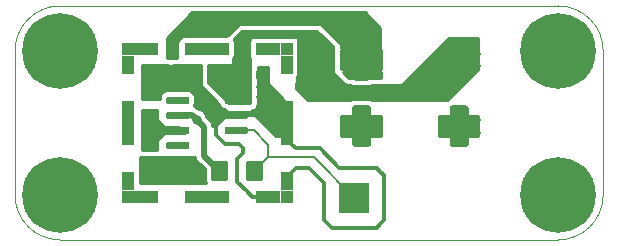
<source format=gtl>
G04 #@! TF.GenerationSoftware,KiCad,Pcbnew,5.1.4*
G04 #@! TF.CreationDate,2019-09-17T23:22:18+02:00*
G04 #@! TF.ProjectId,Tunnelling-Amp,54756e6e-656c-46c6-996e-672d416d702e,rev?*
G04 #@! TF.SameCoordinates,Original*
G04 #@! TF.FileFunction,Copper,L1,Top*
G04 #@! TF.FilePolarity,Positive*
%FSLAX46Y46*%
G04 Gerber Fmt 4.6, Leading zero omitted, Abs format (unit mm)*
G04 Created by KiCad (PCBNEW 5.1.4) date 2019-09-17 23:22:18*
%MOMM*%
%LPD*%
G04 APERTURE LIST*
%ADD10C,0.050000*%
%ADD11C,0.150000*%
%ADD12C,0.600000*%
%ADD13C,1.425000*%
%ADD14R,2.130000X1.000000*%
%ADD15R,3.800000X1.000000*%
%ADD16R,1.000000X1.650000*%
%ADD17R,1.000000X3.800000*%
%ADD18R,1.000000X1.000000*%
%ADD19R,2.500000X2.500000*%
%ADD20C,6.400000*%
%ADD21C,0.800000*%
%ADD22C,1.600000*%
%ADD23C,1.150000*%
%ADD24C,0.950000*%
%ADD25C,0.300000*%
%ADD26C,0.200000*%
%ADD27C,0.500000*%
%ADD28C,0.250000*%
G04 APERTURE END LIST*
D10*
X137300000Y-131215000D02*
X137300000Y-119115000D01*
X91300000Y-135015000D02*
X133500000Y-135015000D01*
X87500000Y-119015000D02*
X87500000Y-131215000D01*
X133500000Y-115213684D02*
X91300000Y-115215000D01*
X137300000Y-131215000D02*
G75*
G02X133500000Y-135015000I-3800000J0D01*
G01*
X133500000Y-115213684D02*
G75*
G02X137300000Y-119115000I0J-3801316D01*
G01*
X87500000Y-119015000D02*
G75*
G02X91300000Y-115215000I3800000J0D01*
G01*
X91300000Y-135015000D02*
G75*
G02X87500000Y-131215000I0J3800000D01*
G01*
D11*
G36*
X102120703Y-126720722D02*
G01*
X102135264Y-126722882D01*
X102149543Y-126726459D01*
X102163403Y-126731418D01*
X102176710Y-126737712D01*
X102189336Y-126745280D01*
X102201159Y-126754048D01*
X102212066Y-126763934D01*
X102221952Y-126774841D01*
X102230720Y-126786664D01*
X102238288Y-126799290D01*
X102244582Y-126812597D01*
X102249541Y-126826457D01*
X102253118Y-126840736D01*
X102255278Y-126855297D01*
X102256000Y-126870000D01*
X102256000Y-127170000D01*
X102255278Y-127184703D01*
X102253118Y-127199264D01*
X102249541Y-127213543D01*
X102244582Y-127227403D01*
X102238288Y-127240710D01*
X102230720Y-127253336D01*
X102221952Y-127265159D01*
X102212066Y-127276066D01*
X102201159Y-127285952D01*
X102189336Y-127294720D01*
X102176710Y-127302288D01*
X102163403Y-127308582D01*
X102149543Y-127313541D01*
X102135264Y-127317118D01*
X102120703Y-127319278D01*
X102106000Y-127320000D01*
X100456000Y-127320000D01*
X100441297Y-127319278D01*
X100426736Y-127317118D01*
X100412457Y-127313541D01*
X100398597Y-127308582D01*
X100385290Y-127302288D01*
X100372664Y-127294720D01*
X100360841Y-127285952D01*
X100349934Y-127276066D01*
X100340048Y-127265159D01*
X100331280Y-127253336D01*
X100323712Y-127240710D01*
X100317418Y-127227403D01*
X100312459Y-127213543D01*
X100308882Y-127199264D01*
X100306722Y-127184703D01*
X100306000Y-127170000D01*
X100306000Y-126870000D01*
X100306722Y-126855297D01*
X100308882Y-126840736D01*
X100312459Y-126826457D01*
X100317418Y-126812597D01*
X100323712Y-126799290D01*
X100331280Y-126786664D01*
X100340048Y-126774841D01*
X100349934Y-126763934D01*
X100360841Y-126754048D01*
X100372664Y-126745280D01*
X100385290Y-126737712D01*
X100398597Y-126731418D01*
X100412457Y-126726459D01*
X100426736Y-126722882D01*
X100441297Y-126720722D01*
X100456000Y-126720000D01*
X102106000Y-126720000D01*
X102120703Y-126720722D01*
X102120703Y-126720722D01*
G37*
D12*
X101281000Y-127020000D03*
D11*
G36*
X102120703Y-125450722D02*
G01*
X102135264Y-125452882D01*
X102149543Y-125456459D01*
X102163403Y-125461418D01*
X102176710Y-125467712D01*
X102189336Y-125475280D01*
X102201159Y-125484048D01*
X102212066Y-125493934D01*
X102221952Y-125504841D01*
X102230720Y-125516664D01*
X102238288Y-125529290D01*
X102244582Y-125542597D01*
X102249541Y-125556457D01*
X102253118Y-125570736D01*
X102255278Y-125585297D01*
X102256000Y-125600000D01*
X102256000Y-125900000D01*
X102255278Y-125914703D01*
X102253118Y-125929264D01*
X102249541Y-125943543D01*
X102244582Y-125957403D01*
X102238288Y-125970710D01*
X102230720Y-125983336D01*
X102221952Y-125995159D01*
X102212066Y-126006066D01*
X102201159Y-126015952D01*
X102189336Y-126024720D01*
X102176710Y-126032288D01*
X102163403Y-126038582D01*
X102149543Y-126043541D01*
X102135264Y-126047118D01*
X102120703Y-126049278D01*
X102106000Y-126050000D01*
X100456000Y-126050000D01*
X100441297Y-126049278D01*
X100426736Y-126047118D01*
X100412457Y-126043541D01*
X100398597Y-126038582D01*
X100385290Y-126032288D01*
X100372664Y-126024720D01*
X100360841Y-126015952D01*
X100349934Y-126006066D01*
X100340048Y-125995159D01*
X100331280Y-125983336D01*
X100323712Y-125970710D01*
X100317418Y-125957403D01*
X100312459Y-125943543D01*
X100308882Y-125929264D01*
X100306722Y-125914703D01*
X100306000Y-125900000D01*
X100306000Y-125600000D01*
X100306722Y-125585297D01*
X100308882Y-125570736D01*
X100312459Y-125556457D01*
X100317418Y-125542597D01*
X100323712Y-125529290D01*
X100331280Y-125516664D01*
X100340048Y-125504841D01*
X100349934Y-125493934D01*
X100360841Y-125484048D01*
X100372664Y-125475280D01*
X100385290Y-125467712D01*
X100398597Y-125461418D01*
X100412457Y-125456459D01*
X100426736Y-125452882D01*
X100441297Y-125450722D01*
X100456000Y-125450000D01*
X102106000Y-125450000D01*
X102120703Y-125450722D01*
X102120703Y-125450722D01*
G37*
D12*
X101281000Y-125750000D03*
D11*
G36*
X102120703Y-124180722D02*
G01*
X102135264Y-124182882D01*
X102149543Y-124186459D01*
X102163403Y-124191418D01*
X102176710Y-124197712D01*
X102189336Y-124205280D01*
X102201159Y-124214048D01*
X102212066Y-124223934D01*
X102221952Y-124234841D01*
X102230720Y-124246664D01*
X102238288Y-124259290D01*
X102244582Y-124272597D01*
X102249541Y-124286457D01*
X102253118Y-124300736D01*
X102255278Y-124315297D01*
X102256000Y-124330000D01*
X102256000Y-124630000D01*
X102255278Y-124644703D01*
X102253118Y-124659264D01*
X102249541Y-124673543D01*
X102244582Y-124687403D01*
X102238288Y-124700710D01*
X102230720Y-124713336D01*
X102221952Y-124725159D01*
X102212066Y-124736066D01*
X102201159Y-124745952D01*
X102189336Y-124754720D01*
X102176710Y-124762288D01*
X102163403Y-124768582D01*
X102149543Y-124773541D01*
X102135264Y-124777118D01*
X102120703Y-124779278D01*
X102106000Y-124780000D01*
X100456000Y-124780000D01*
X100441297Y-124779278D01*
X100426736Y-124777118D01*
X100412457Y-124773541D01*
X100398597Y-124768582D01*
X100385290Y-124762288D01*
X100372664Y-124754720D01*
X100360841Y-124745952D01*
X100349934Y-124736066D01*
X100340048Y-124725159D01*
X100331280Y-124713336D01*
X100323712Y-124700710D01*
X100317418Y-124687403D01*
X100312459Y-124673543D01*
X100308882Y-124659264D01*
X100306722Y-124644703D01*
X100306000Y-124630000D01*
X100306000Y-124330000D01*
X100306722Y-124315297D01*
X100308882Y-124300736D01*
X100312459Y-124286457D01*
X100317418Y-124272597D01*
X100323712Y-124259290D01*
X100331280Y-124246664D01*
X100340048Y-124234841D01*
X100349934Y-124223934D01*
X100360841Y-124214048D01*
X100372664Y-124205280D01*
X100385290Y-124197712D01*
X100398597Y-124191418D01*
X100412457Y-124186459D01*
X100426736Y-124182882D01*
X100441297Y-124180722D01*
X100456000Y-124180000D01*
X102106000Y-124180000D01*
X102120703Y-124180722D01*
X102120703Y-124180722D01*
G37*
D12*
X101281000Y-124480000D03*
D11*
G36*
X102120703Y-122910722D02*
G01*
X102135264Y-122912882D01*
X102149543Y-122916459D01*
X102163403Y-122921418D01*
X102176710Y-122927712D01*
X102189336Y-122935280D01*
X102201159Y-122944048D01*
X102212066Y-122953934D01*
X102221952Y-122964841D01*
X102230720Y-122976664D01*
X102238288Y-122989290D01*
X102244582Y-123002597D01*
X102249541Y-123016457D01*
X102253118Y-123030736D01*
X102255278Y-123045297D01*
X102256000Y-123060000D01*
X102256000Y-123360000D01*
X102255278Y-123374703D01*
X102253118Y-123389264D01*
X102249541Y-123403543D01*
X102244582Y-123417403D01*
X102238288Y-123430710D01*
X102230720Y-123443336D01*
X102221952Y-123455159D01*
X102212066Y-123466066D01*
X102201159Y-123475952D01*
X102189336Y-123484720D01*
X102176710Y-123492288D01*
X102163403Y-123498582D01*
X102149543Y-123503541D01*
X102135264Y-123507118D01*
X102120703Y-123509278D01*
X102106000Y-123510000D01*
X100456000Y-123510000D01*
X100441297Y-123509278D01*
X100426736Y-123507118D01*
X100412457Y-123503541D01*
X100398597Y-123498582D01*
X100385290Y-123492288D01*
X100372664Y-123484720D01*
X100360841Y-123475952D01*
X100349934Y-123466066D01*
X100340048Y-123455159D01*
X100331280Y-123443336D01*
X100323712Y-123430710D01*
X100317418Y-123417403D01*
X100312459Y-123403543D01*
X100308882Y-123389264D01*
X100306722Y-123374703D01*
X100306000Y-123360000D01*
X100306000Y-123060000D01*
X100306722Y-123045297D01*
X100308882Y-123030736D01*
X100312459Y-123016457D01*
X100317418Y-123002597D01*
X100323712Y-122989290D01*
X100331280Y-122976664D01*
X100340048Y-122964841D01*
X100349934Y-122953934D01*
X100360841Y-122944048D01*
X100372664Y-122935280D01*
X100385290Y-122927712D01*
X100398597Y-122921418D01*
X100412457Y-122916459D01*
X100426736Y-122912882D01*
X100441297Y-122910722D01*
X100456000Y-122910000D01*
X102106000Y-122910000D01*
X102120703Y-122910722D01*
X102120703Y-122910722D01*
G37*
D12*
X101281000Y-123210000D03*
D11*
G36*
X107070703Y-122910722D02*
G01*
X107085264Y-122912882D01*
X107099543Y-122916459D01*
X107113403Y-122921418D01*
X107126710Y-122927712D01*
X107139336Y-122935280D01*
X107151159Y-122944048D01*
X107162066Y-122953934D01*
X107171952Y-122964841D01*
X107180720Y-122976664D01*
X107188288Y-122989290D01*
X107194582Y-123002597D01*
X107199541Y-123016457D01*
X107203118Y-123030736D01*
X107205278Y-123045297D01*
X107206000Y-123060000D01*
X107206000Y-123360000D01*
X107205278Y-123374703D01*
X107203118Y-123389264D01*
X107199541Y-123403543D01*
X107194582Y-123417403D01*
X107188288Y-123430710D01*
X107180720Y-123443336D01*
X107171952Y-123455159D01*
X107162066Y-123466066D01*
X107151159Y-123475952D01*
X107139336Y-123484720D01*
X107126710Y-123492288D01*
X107113403Y-123498582D01*
X107099543Y-123503541D01*
X107085264Y-123507118D01*
X107070703Y-123509278D01*
X107056000Y-123510000D01*
X105406000Y-123510000D01*
X105391297Y-123509278D01*
X105376736Y-123507118D01*
X105362457Y-123503541D01*
X105348597Y-123498582D01*
X105335290Y-123492288D01*
X105322664Y-123484720D01*
X105310841Y-123475952D01*
X105299934Y-123466066D01*
X105290048Y-123455159D01*
X105281280Y-123443336D01*
X105273712Y-123430710D01*
X105267418Y-123417403D01*
X105262459Y-123403543D01*
X105258882Y-123389264D01*
X105256722Y-123374703D01*
X105256000Y-123360000D01*
X105256000Y-123060000D01*
X105256722Y-123045297D01*
X105258882Y-123030736D01*
X105262459Y-123016457D01*
X105267418Y-123002597D01*
X105273712Y-122989290D01*
X105281280Y-122976664D01*
X105290048Y-122964841D01*
X105299934Y-122953934D01*
X105310841Y-122944048D01*
X105322664Y-122935280D01*
X105335290Y-122927712D01*
X105348597Y-122921418D01*
X105362457Y-122916459D01*
X105376736Y-122912882D01*
X105391297Y-122910722D01*
X105406000Y-122910000D01*
X107056000Y-122910000D01*
X107070703Y-122910722D01*
X107070703Y-122910722D01*
G37*
D12*
X106231000Y-123210000D03*
D11*
G36*
X107070703Y-124180722D02*
G01*
X107085264Y-124182882D01*
X107099543Y-124186459D01*
X107113403Y-124191418D01*
X107126710Y-124197712D01*
X107139336Y-124205280D01*
X107151159Y-124214048D01*
X107162066Y-124223934D01*
X107171952Y-124234841D01*
X107180720Y-124246664D01*
X107188288Y-124259290D01*
X107194582Y-124272597D01*
X107199541Y-124286457D01*
X107203118Y-124300736D01*
X107205278Y-124315297D01*
X107206000Y-124330000D01*
X107206000Y-124630000D01*
X107205278Y-124644703D01*
X107203118Y-124659264D01*
X107199541Y-124673543D01*
X107194582Y-124687403D01*
X107188288Y-124700710D01*
X107180720Y-124713336D01*
X107171952Y-124725159D01*
X107162066Y-124736066D01*
X107151159Y-124745952D01*
X107139336Y-124754720D01*
X107126710Y-124762288D01*
X107113403Y-124768582D01*
X107099543Y-124773541D01*
X107085264Y-124777118D01*
X107070703Y-124779278D01*
X107056000Y-124780000D01*
X105406000Y-124780000D01*
X105391297Y-124779278D01*
X105376736Y-124777118D01*
X105362457Y-124773541D01*
X105348597Y-124768582D01*
X105335290Y-124762288D01*
X105322664Y-124754720D01*
X105310841Y-124745952D01*
X105299934Y-124736066D01*
X105290048Y-124725159D01*
X105281280Y-124713336D01*
X105273712Y-124700710D01*
X105267418Y-124687403D01*
X105262459Y-124673543D01*
X105258882Y-124659264D01*
X105256722Y-124644703D01*
X105256000Y-124630000D01*
X105256000Y-124330000D01*
X105256722Y-124315297D01*
X105258882Y-124300736D01*
X105262459Y-124286457D01*
X105267418Y-124272597D01*
X105273712Y-124259290D01*
X105281280Y-124246664D01*
X105290048Y-124234841D01*
X105299934Y-124223934D01*
X105310841Y-124214048D01*
X105322664Y-124205280D01*
X105335290Y-124197712D01*
X105348597Y-124191418D01*
X105362457Y-124186459D01*
X105376736Y-124182882D01*
X105391297Y-124180722D01*
X105406000Y-124180000D01*
X107056000Y-124180000D01*
X107070703Y-124180722D01*
X107070703Y-124180722D01*
G37*
D12*
X106231000Y-124480000D03*
D11*
G36*
X107070703Y-125450722D02*
G01*
X107085264Y-125452882D01*
X107099543Y-125456459D01*
X107113403Y-125461418D01*
X107126710Y-125467712D01*
X107139336Y-125475280D01*
X107151159Y-125484048D01*
X107162066Y-125493934D01*
X107171952Y-125504841D01*
X107180720Y-125516664D01*
X107188288Y-125529290D01*
X107194582Y-125542597D01*
X107199541Y-125556457D01*
X107203118Y-125570736D01*
X107205278Y-125585297D01*
X107206000Y-125600000D01*
X107206000Y-125900000D01*
X107205278Y-125914703D01*
X107203118Y-125929264D01*
X107199541Y-125943543D01*
X107194582Y-125957403D01*
X107188288Y-125970710D01*
X107180720Y-125983336D01*
X107171952Y-125995159D01*
X107162066Y-126006066D01*
X107151159Y-126015952D01*
X107139336Y-126024720D01*
X107126710Y-126032288D01*
X107113403Y-126038582D01*
X107099543Y-126043541D01*
X107085264Y-126047118D01*
X107070703Y-126049278D01*
X107056000Y-126050000D01*
X105406000Y-126050000D01*
X105391297Y-126049278D01*
X105376736Y-126047118D01*
X105362457Y-126043541D01*
X105348597Y-126038582D01*
X105335290Y-126032288D01*
X105322664Y-126024720D01*
X105310841Y-126015952D01*
X105299934Y-126006066D01*
X105290048Y-125995159D01*
X105281280Y-125983336D01*
X105273712Y-125970710D01*
X105267418Y-125957403D01*
X105262459Y-125943543D01*
X105258882Y-125929264D01*
X105256722Y-125914703D01*
X105256000Y-125900000D01*
X105256000Y-125600000D01*
X105256722Y-125585297D01*
X105258882Y-125570736D01*
X105262459Y-125556457D01*
X105267418Y-125542597D01*
X105273712Y-125529290D01*
X105281280Y-125516664D01*
X105290048Y-125504841D01*
X105299934Y-125493934D01*
X105310841Y-125484048D01*
X105322664Y-125475280D01*
X105335290Y-125467712D01*
X105348597Y-125461418D01*
X105362457Y-125456459D01*
X105376736Y-125452882D01*
X105391297Y-125450722D01*
X105406000Y-125450000D01*
X107056000Y-125450000D01*
X107070703Y-125450722D01*
X107070703Y-125450722D01*
G37*
D12*
X106231000Y-125750000D03*
D11*
G36*
X108270504Y-128305204D02*
G01*
X108294773Y-128308804D01*
X108318571Y-128314765D01*
X108341671Y-128323030D01*
X108363849Y-128333520D01*
X108384893Y-128346133D01*
X108404598Y-128360747D01*
X108422777Y-128377223D01*
X108439253Y-128395402D01*
X108453867Y-128415107D01*
X108466480Y-128436151D01*
X108476970Y-128458329D01*
X108485235Y-128481429D01*
X108491196Y-128505227D01*
X108494796Y-128529496D01*
X108496000Y-128554000D01*
X108496000Y-129804000D01*
X108494796Y-129828504D01*
X108491196Y-129852773D01*
X108485235Y-129876571D01*
X108476970Y-129899671D01*
X108466480Y-129921849D01*
X108453867Y-129942893D01*
X108439253Y-129962598D01*
X108422777Y-129980777D01*
X108404598Y-129997253D01*
X108384893Y-130011867D01*
X108363849Y-130024480D01*
X108341671Y-130034970D01*
X108318571Y-130043235D01*
X108294773Y-130049196D01*
X108270504Y-130052796D01*
X108246000Y-130054000D01*
X107321000Y-130054000D01*
X107296496Y-130052796D01*
X107272227Y-130049196D01*
X107248429Y-130043235D01*
X107225329Y-130034970D01*
X107203151Y-130024480D01*
X107182107Y-130011867D01*
X107162402Y-129997253D01*
X107144223Y-129980777D01*
X107127747Y-129962598D01*
X107113133Y-129942893D01*
X107100520Y-129921849D01*
X107090030Y-129899671D01*
X107081765Y-129876571D01*
X107075804Y-129852773D01*
X107072204Y-129828504D01*
X107071000Y-129804000D01*
X107071000Y-128554000D01*
X107072204Y-128529496D01*
X107075804Y-128505227D01*
X107081765Y-128481429D01*
X107090030Y-128458329D01*
X107100520Y-128436151D01*
X107113133Y-128415107D01*
X107127747Y-128395402D01*
X107144223Y-128377223D01*
X107162402Y-128360747D01*
X107182107Y-128346133D01*
X107203151Y-128333520D01*
X107225329Y-128323030D01*
X107248429Y-128314765D01*
X107272227Y-128308804D01*
X107296496Y-128305204D01*
X107321000Y-128304000D01*
X108246000Y-128304000D01*
X108270504Y-128305204D01*
X108270504Y-128305204D01*
G37*
D13*
X107783500Y-129179000D03*
D11*
G36*
X105295504Y-128305204D02*
G01*
X105319773Y-128308804D01*
X105343571Y-128314765D01*
X105366671Y-128323030D01*
X105388849Y-128333520D01*
X105409893Y-128346133D01*
X105429598Y-128360747D01*
X105447777Y-128377223D01*
X105464253Y-128395402D01*
X105478867Y-128415107D01*
X105491480Y-128436151D01*
X105501970Y-128458329D01*
X105510235Y-128481429D01*
X105516196Y-128505227D01*
X105519796Y-128529496D01*
X105521000Y-128554000D01*
X105521000Y-129804000D01*
X105519796Y-129828504D01*
X105516196Y-129852773D01*
X105510235Y-129876571D01*
X105501970Y-129899671D01*
X105491480Y-129921849D01*
X105478867Y-129942893D01*
X105464253Y-129962598D01*
X105447777Y-129980777D01*
X105429598Y-129997253D01*
X105409893Y-130011867D01*
X105388849Y-130024480D01*
X105366671Y-130034970D01*
X105343571Y-130043235D01*
X105319773Y-130049196D01*
X105295504Y-130052796D01*
X105271000Y-130054000D01*
X104346000Y-130054000D01*
X104321496Y-130052796D01*
X104297227Y-130049196D01*
X104273429Y-130043235D01*
X104250329Y-130034970D01*
X104228151Y-130024480D01*
X104207107Y-130011867D01*
X104187402Y-129997253D01*
X104169223Y-129980777D01*
X104152747Y-129962598D01*
X104138133Y-129942893D01*
X104125520Y-129921849D01*
X104115030Y-129899671D01*
X104106765Y-129876571D01*
X104100804Y-129852773D01*
X104097204Y-129828504D01*
X104096000Y-129804000D01*
X104096000Y-128554000D01*
X104097204Y-128529496D01*
X104100804Y-128505227D01*
X104106765Y-128481429D01*
X104115030Y-128458329D01*
X104125520Y-128436151D01*
X104138133Y-128415107D01*
X104152747Y-128395402D01*
X104169223Y-128377223D01*
X104187402Y-128360747D01*
X104207107Y-128346133D01*
X104228151Y-128333520D01*
X104250329Y-128323030D01*
X104273429Y-128314765D01*
X104297227Y-128308804D01*
X104321496Y-128305204D01*
X104346000Y-128304000D01*
X105271000Y-128304000D01*
X105295504Y-128305204D01*
X105295504Y-128305204D01*
G37*
D13*
X104808500Y-129179000D03*
D14*
X108921000Y-118865000D03*
X108921000Y-131365000D03*
D15*
X103756000Y-118865000D03*
X103756000Y-131365000D03*
D14*
X98591000Y-118865000D03*
X98591000Y-131365000D03*
D16*
X110486000Y-120190000D03*
X97026000Y-120190000D03*
D17*
X110486000Y-125115000D03*
X97026000Y-125115000D03*
D16*
X110486000Y-130040000D03*
X97026000Y-130040000D03*
D18*
X110486000Y-131365000D03*
X110486000Y-118865000D03*
X97026000Y-118865000D03*
X97026000Y-131365000D03*
D19*
X116210000Y-131465000D03*
D20*
X133500000Y-119015000D03*
D21*
X135900000Y-119015000D03*
X135197056Y-120712056D03*
X133500000Y-121415000D03*
X131802944Y-120712056D03*
X131100000Y-119015000D03*
X131802944Y-117317944D03*
X133500000Y-116615000D03*
X135197056Y-117317944D03*
X135197056Y-129517944D03*
X133500000Y-128815000D03*
X131802944Y-129517944D03*
X131100000Y-131215000D03*
X131802944Y-132912056D03*
X133500000Y-133615000D03*
X135197056Y-132912056D03*
X135900000Y-131215000D03*
D20*
X133500000Y-131215000D03*
X91300000Y-131215000D03*
D21*
X93700000Y-131215000D03*
X92997056Y-132912056D03*
X91300000Y-133615000D03*
X89602944Y-132912056D03*
X88900000Y-131215000D03*
X89602944Y-129517944D03*
X91300000Y-128815000D03*
X92997056Y-129517944D03*
X92997056Y-117317944D03*
X91300000Y-116615000D03*
X89602944Y-117317944D03*
X88900000Y-119015000D03*
X89602944Y-120712056D03*
X91300000Y-121415000D03*
X92997056Y-120712056D03*
X93700000Y-119015000D03*
D20*
X91300000Y-119015000D03*
D11*
G36*
X125674504Y-118026204D02*
G01*
X125698773Y-118029804D01*
X125722571Y-118035765D01*
X125745671Y-118044030D01*
X125767849Y-118054520D01*
X125788893Y-118067133D01*
X125808598Y-118081747D01*
X125826777Y-118098223D01*
X125843253Y-118116402D01*
X125857867Y-118136107D01*
X125870480Y-118157151D01*
X125880970Y-118179329D01*
X125889235Y-118202429D01*
X125895196Y-118226227D01*
X125898796Y-118250496D01*
X125900000Y-118275000D01*
X125900000Y-121275000D01*
X125898796Y-121299504D01*
X125895196Y-121323773D01*
X125889235Y-121347571D01*
X125880970Y-121370671D01*
X125870480Y-121392849D01*
X125857867Y-121413893D01*
X125843253Y-121433598D01*
X125826777Y-121451777D01*
X125808598Y-121468253D01*
X125788893Y-121482867D01*
X125767849Y-121495480D01*
X125745671Y-121505970D01*
X125722571Y-121514235D01*
X125698773Y-121520196D01*
X125674504Y-121523796D01*
X125650000Y-121525000D01*
X124550000Y-121525000D01*
X124525496Y-121523796D01*
X124501227Y-121520196D01*
X124477429Y-121514235D01*
X124454329Y-121505970D01*
X124432151Y-121495480D01*
X124411107Y-121482867D01*
X124391402Y-121468253D01*
X124373223Y-121451777D01*
X124356747Y-121433598D01*
X124342133Y-121413893D01*
X124329520Y-121392849D01*
X124319030Y-121370671D01*
X124310765Y-121347571D01*
X124304804Y-121323773D01*
X124301204Y-121299504D01*
X124300000Y-121275000D01*
X124300000Y-118275000D01*
X124301204Y-118250496D01*
X124304804Y-118226227D01*
X124310765Y-118202429D01*
X124319030Y-118179329D01*
X124329520Y-118157151D01*
X124342133Y-118136107D01*
X124356747Y-118116402D01*
X124373223Y-118098223D01*
X124391402Y-118081747D01*
X124411107Y-118067133D01*
X124432151Y-118054520D01*
X124454329Y-118044030D01*
X124477429Y-118035765D01*
X124501227Y-118029804D01*
X124525496Y-118026204D01*
X124550000Y-118025000D01*
X125650000Y-118025000D01*
X125674504Y-118026204D01*
X125674504Y-118026204D01*
G37*
D22*
X125100000Y-119775000D03*
D11*
G36*
X125674504Y-123626204D02*
G01*
X125698773Y-123629804D01*
X125722571Y-123635765D01*
X125745671Y-123644030D01*
X125767849Y-123654520D01*
X125788893Y-123667133D01*
X125808598Y-123681747D01*
X125826777Y-123698223D01*
X125843253Y-123716402D01*
X125857867Y-123736107D01*
X125870480Y-123757151D01*
X125880970Y-123779329D01*
X125889235Y-123802429D01*
X125895196Y-123826227D01*
X125898796Y-123850496D01*
X125900000Y-123875000D01*
X125900000Y-126875000D01*
X125898796Y-126899504D01*
X125895196Y-126923773D01*
X125889235Y-126947571D01*
X125880970Y-126970671D01*
X125870480Y-126992849D01*
X125857867Y-127013893D01*
X125843253Y-127033598D01*
X125826777Y-127051777D01*
X125808598Y-127068253D01*
X125788893Y-127082867D01*
X125767849Y-127095480D01*
X125745671Y-127105970D01*
X125722571Y-127114235D01*
X125698773Y-127120196D01*
X125674504Y-127123796D01*
X125650000Y-127125000D01*
X124550000Y-127125000D01*
X124525496Y-127123796D01*
X124501227Y-127120196D01*
X124477429Y-127114235D01*
X124454329Y-127105970D01*
X124432151Y-127095480D01*
X124411107Y-127082867D01*
X124391402Y-127068253D01*
X124373223Y-127051777D01*
X124356747Y-127033598D01*
X124342133Y-127013893D01*
X124329520Y-126992849D01*
X124319030Y-126970671D01*
X124310765Y-126947571D01*
X124304804Y-126923773D01*
X124301204Y-126899504D01*
X124300000Y-126875000D01*
X124300000Y-123875000D01*
X124301204Y-123850496D01*
X124304804Y-123826227D01*
X124310765Y-123802429D01*
X124319030Y-123779329D01*
X124329520Y-123757151D01*
X124342133Y-123736107D01*
X124356747Y-123716402D01*
X124373223Y-123698223D01*
X124391402Y-123681747D01*
X124411107Y-123667133D01*
X124432151Y-123654520D01*
X124454329Y-123644030D01*
X124477429Y-123635765D01*
X124501227Y-123629804D01*
X124525496Y-123626204D01*
X124550000Y-123625000D01*
X125650000Y-123625000D01*
X125674504Y-123626204D01*
X125674504Y-123626204D01*
G37*
D22*
X125100000Y-125375000D03*
D11*
G36*
X117419504Y-123626204D02*
G01*
X117443773Y-123629804D01*
X117467571Y-123635765D01*
X117490671Y-123644030D01*
X117512849Y-123654520D01*
X117533893Y-123667133D01*
X117553598Y-123681747D01*
X117571777Y-123698223D01*
X117588253Y-123716402D01*
X117602867Y-123736107D01*
X117615480Y-123757151D01*
X117625970Y-123779329D01*
X117634235Y-123802429D01*
X117640196Y-123826227D01*
X117643796Y-123850496D01*
X117645000Y-123875000D01*
X117645000Y-126875000D01*
X117643796Y-126899504D01*
X117640196Y-126923773D01*
X117634235Y-126947571D01*
X117625970Y-126970671D01*
X117615480Y-126992849D01*
X117602867Y-127013893D01*
X117588253Y-127033598D01*
X117571777Y-127051777D01*
X117553598Y-127068253D01*
X117533893Y-127082867D01*
X117512849Y-127095480D01*
X117490671Y-127105970D01*
X117467571Y-127114235D01*
X117443773Y-127120196D01*
X117419504Y-127123796D01*
X117395000Y-127125000D01*
X116295000Y-127125000D01*
X116270496Y-127123796D01*
X116246227Y-127120196D01*
X116222429Y-127114235D01*
X116199329Y-127105970D01*
X116177151Y-127095480D01*
X116156107Y-127082867D01*
X116136402Y-127068253D01*
X116118223Y-127051777D01*
X116101747Y-127033598D01*
X116087133Y-127013893D01*
X116074520Y-126992849D01*
X116064030Y-126970671D01*
X116055765Y-126947571D01*
X116049804Y-126923773D01*
X116046204Y-126899504D01*
X116045000Y-126875000D01*
X116045000Y-123875000D01*
X116046204Y-123850496D01*
X116049804Y-123826227D01*
X116055765Y-123802429D01*
X116064030Y-123779329D01*
X116074520Y-123757151D01*
X116087133Y-123736107D01*
X116101747Y-123716402D01*
X116118223Y-123698223D01*
X116136402Y-123681747D01*
X116156107Y-123667133D01*
X116177151Y-123654520D01*
X116199329Y-123644030D01*
X116222429Y-123635765D01*
X116246227Y-123629804D01*
X116270496Y-123626204D01*
X116295000Y-123625000D01*
X117395000Y-123625000D01*
X117419504Y-123626204D01*
X117419504Y-123626204D01*
G37*
D22*
X116845000Y-125375000D03*
D11*
G36*
X117419504Y-118026204D02*
G01*
X117443773Y-118029804D01*
X117467571Y-118035765D01*
X117490671Y-118044030D01*
X117512849Y-118054520D01*
X117533893Y-118067133D01*
X117553598Y-118081747D01*
X117571777Y-118098223D01*
X117588253Y-118116402D01*
X117602867Y-118136107D01*
X117615480Y-118157151D01*
X117625970Y-118179329D01*
X117634235Y-118202429D01*
X117640196Y-118226227D01*
X117643796Y-118250496D01*
X117645000Y-118275000D01*
X117645000Y-121275000D01*
X117643796Y-121299504D01*
X117640196Y-121323773D01*
X117634235Y-121347571D01*
X117625970Y-121370671D01*
X117615480Y-121392849D01*
X117602867Y-121413893D01*
X117588253Y-121433598D01*
X117571777Y-121451777D01*
X117553598Y-121468253D01*
X117533893Y-121482867D01*
X117512849Y-121495480D01*
X117490671Y-121505970D01*
X117467571Y-121514235D01*
X117443773Y-121520196D01*
X117419504Y-121523796D01*
X117395000Y-121525000D01*
X116295000Y-121525000D01*
X116270496Y-121523796D01*
X116246227Y-121520196D01*
X116222429Y-121514235D01*
X116199329Y-121505970D01*
X116177151Y-121495480D01*
X116156107Y-121482867D01*
X116136402Y-121468253D01*
X116118223Y-121451777D01*
X116101747Y-121433598D01*
X116087133Y-121413893D01*
X116074520Y-121392849D01*
X116064030Y-121370671D01*
X116055765Y-121347571D01*
X116049804Y-121323773D01*
X116046204Y-121299504D01*
X116045000Y-121275000D01*
X116045000Y-118275000D01*
X116046204Y-118250496D01*
X116049804Y-118226227D01*
X116055765Y-118202429D01*
X116064030Y-118179329D01*
X116074520Y-118157151D01*
X116087133Y-118136107D01*
X116101747Y-118116402D01*
X116118223Y-118098223D01*
X116136402Y-118081747D01*
X116156107Y-118067133D01*
X116177151Y-118054520D01*
X116199329Y-118044030D01*
X116222429Y-118035765D01*
X116246227Y-118029804D01*
X116270496Y-118026204D01*
X116295000Y-118025000D01*
X117395000Y-118025000D01*
X117419504Y-118026204D01*
X117419504Y-118026204D01*
G37*
D22*
X116845000Y-119775000D03*
D11*
G36*
X104757505Y-120352204D02*
G01*
X104781773Y-120355804D01*
X104805572Y-120361765D01*
X104828671Y-120370030D01*
X104850850Y-120380520D01*
X104871893Y-120393132D01*
X104891599Y-120407747D01*
X104909777Y-120424223D01*
X104926253Y-120442401D01*
X104940868Y-120462107D01*
X104953480Y-120483150D01*
X104963970Y-120505329D01*
X104972235Y-120528428D01*
X104978196Y-120552227D01*
X104981796Y-120576495D01*
X104983000Y-120600999D01*
X104983000Y-121501001D01*
X104981796Y-121525505D01*
X104978196Y-121549773D01*
X104972235Y-121573572D01*
X104963970Y-121596671D01*
X104953480Y-121618850D01*
X104940868Y-121639893D01*
X104926253Y-121659599D01*
X104909777Y-121677777D01*
X104891599Y-121694253D01*
X104871893Y-121708868D01*
X104850850Y-121721480D01*
X104828671Y-121731970D01*
X104805572Y-121740235D01*
X104781773Y-121746196D01*
X104757505Y-121749796D01*
X104733001Y-121751000D01*
X104082999Y-121751000D01*
X104058495Y-121749796D01*
X104034227Y-121746196D01*
X104010428Y-121740235D01*
X103987329Y-121731970D01*
X103965150Y-121721480D01*
X103944107Y-121708868D01*
X103924401Y-121694253D01*
X103906223Y-121677777D01*
X103889747Y-121659599D01*
X103875132Y-121639893D01*
X103862520Y-121618850D01*
X103852030Y-121596671D01*
X103843765Y-121573572D01*
X103837804Y-121549773D01*
X103834204Y-121525505D01*
X103833000Y-121501001D01*
X103833000Y-120600999D01*
X103834204Y-120576495D01*
X103837804Y-120552227D01*
X103843765Y-120528428D01*
X103852030Y-120505329D01*
X103862520Y-120483150D01*
X103875132Y-120462107D01*
X103889747Y-120442401D01*
X103906223Y-120424223D01*
X103924401Y-120407747D01*
X103944107Y-120393132D01*
X103965150Y-120380520D01*
X103987329Y-120370030D01*
X104010428Y-120361765D01*
X104034227Y-120355804D01*
X104058495Y-120352204D01*
X104082999Y-120351000D01*
X104733001Y-120351000D01*
X104757505Y-120352204D01*
X104757505Y-120352204D01*
G37*
D23*
X104408000Y-121051000D03*
D11*
G36*
X102707505Y-120352204D02*
G01*
X102731773Y-120355804D01*
X102755572Y-120361765D01*
X102778671Y-120370030D01*
X102800850Y-120380520D01*
X102821893Y-120393132D01*
X102841599Y-120407747D01*
X102859777Y-120424223D01*
X102876253Y-120442401D01*
X102890868Y-120462107D01*
X102903480Y-120483150D01*
X102913970Y-120505329D01*
X102922235Y-120528428D01*
X102928196Y-120552227D01*
X102931796Y-120576495D01*
X102933000Y-120600999D01*
X102933000Y-121501001D01*
X102931796Y-121525505D01*
X102928196Y-121549773D01*
X102922235Y-121573572D01*
X102913970Y-121596671D01*
X102903480Y-121618850D01*
X102890868Y-121639893D01*
X102876253Y-121659599D01*
X102859777Y-121677777D01*
X102841599Y-121694253D01*
X102821893Y-121708868D01*
X102800850Y-121721480D01*
X102778671Y-121731970D01*
X102755572Y-121740235D01*
X102731773Y-121746196D01*
X102707505Y-121749796D01*
X102683001Y-121751000D01*
X102032999Y-121751000D01*
X102008495Y-121749796D01*
X101984227Y-121746196D01*
X101960428Y-121740235D01*
X101937329Y-121731970D01*
X101915150Y-121721480D01*
X101894107Y-121708868D01*
X101874401Y-121694253D01*
X101856223Y-121677777D01*
X101839747Y-121659599D01*
X101825132Y-121639893D01*
X101812520Y-121618850D01*
X101802030Y-121596671D01*
X101793765Y-121573572D01*
X101787804Y-121549773D01*
X101784204Y-121525505D01*
X101783000Y-121501001D01*
X101783000Y-120600999D01*
X101784204Y-120576495D01*
X101787804Y-120552227D01*
X101793765Y-120528428D01*
X101802030Y-120505329D01*
X101812520Y-120483150D01*
X101825132Y-120462107D01*
X101839747Y-120442401D01*
X101856223Y-120424223D01*
X101874401Y-120407747D01*
X101894107Y-120393132D01*
X101915150Y-120380520D01*
X101937329Y-120370030D01*
X101960428Y-120361765D01*
X101984227Y-120355804D01*
X102008495Y-120352204D01*
X102032999Y-120351000D01*
X102683001Y-120351000D01*
X102707505Y-120352204D01*
X102707505Y-120352204D01*
G37*
D23*
X102358000Y-121051000D03*
D11*
G36*
X99404505Y-121992204D02*
G01*
X99428773Y-121995804D01*
X99452572Y-122001765D01*
X99475671Y-122010030D01*
X99497850Y-122020520D01*
X99518893Y-122033132D01*
X99538599Y-122047747D01*
X99556777Y-122064223D01*
X99573253Y-122082401D01*
X99587868Y-122102107D01*
X99600480Y-122123150D01*
X99610970Y-122145329D01*
X99619235Y-122168428D01*
X99625196Y-122192227D01*
X99628796Y-122216495D01*
X99630000Y-122240999D01*
X99630000Y-122891001D01*
X99628796Y-122915505D01*
X99625196Y-122939773D01*
X99619235Y-122963572D01*
X99610970Y-122986671D01*
X99600480Y-123008850D01*
X99587868Y-123029893D01*
X99573253Y-123049599D01*
X99556777Y-123067777D01*
X99538599Y-123084253D01*
X99518893Y-123098868D01*
X99497850Y-123111480D01*
X99475671Y-123121970D01*
X99452572Y-123130235D01*
X99428773Y-123136196D01*
X99404505Y-123139796D01*
X99380001Y-123141000D01*
X98479999Y-123141000D01*
X98455495Y-123139796D01*
X98431227Y-123136196D01*
X98407428Y-123130235D01*
X98384329Y-123121970D01*
X98362150Y-123111480D01*
X98341107Y-123098868D01*
X98321401Y-123084253D01*
X98303223Y-123067777D01*
X98286747Y-123049599D01*
X98272132Y-123029893D01*
X98259520Y-123008850D01*
X98249030Y-122986671D01*
X98240765Y-122963572D01*
X98234804Y-122939773D01*
X98231204Y-122915505D01*
X98230000Y-122891001D01*
X98230000Y-122240999D01*
X98231204Y-122216495D01*
X98234804Y-122192227D01*
X98240765Y-122168428D01*
X98249030Y-122145329D01*
X98259520Y-122123150D01*
X98272132Y-122102107D01*
X98286747Y-122082401D01*
X98303223Y-122064223D01*
X98321401Y-122047747D01*
X98341107Y-122033132D01*
X98362150Y-122020520D01*
X98384329Y-122010030D01*
X98407428Y-122001765D01*
X98431227Y-121995804D01*
X98455495Y-121992204D01*
X98479999Y-121991000D01*
X99380001Y-121991000D01*
X99404505Y-121992204D01*
X99404505Y-121992204D01*
G37*
D23*
X98930000Y-122566000D03*
D11*
G36*
X99404505Y-124042204D02*
G01*
X99428773Y-124045804D01*
X99452572Y-124051765D01*
X99475671Y-124060030D01*
X99497850Y-124070520D01*
X99518893Y-124083132D01*
X99538599Y-124097747D01*
X99556777Y-124114223D01*
X99573253Y-124132401D01*
X99587868Y-124152107D01*
X99600480Y-124173150D01*
X99610970Y-124195329D01*
X99619235Y-124218428D01*
X99625196Y-124242227D01*
X99628796Y-124266495D01*
X99630000Y-124290999D01*
X99630000Y-124941001D01*
X99628796Y-124965505D01*
X99625196Y-124989773D01*
X99619235Y-125013572D01*
X99610970Y-125036671D01*
X99600480Y-125058850D01*
X99587868Y-125079893D01*
X99573253Y-125099599D01*
X99556777Y-125117777D01*
X99538599Y-125134253D01*
X99518893Y-125148868D01*
X99497850Y-125161480D01*
X99475671Y-125171970D01*
X99452572Y-125180235D01*
X99428773Y-125186196D01*
X99404505Y-125189796D01*
X99380001Y-125191000D01*
X98479999Y-125191000D01*
X98455495Y-125189796D01*
X98431227Y-125186196D01*
X98407428Y-125180235D01*
X98384329Y-125171970D01*
X98362150Y-125161480D01*
X98341107Y-125148868D01*
X98321401Y-125134253D01*
X98303223Y-125117777D01*
X98286747Y-125099599D01*
X98272132Y-125079893D01*
X98259520Y-125058850D01*
X98249030Y-125036671D01*
X98240765Y-125013572D01*
X98234804Y-124989773D01*
X98231204Y-124965505D01*
X98230000Y-124941001D01*
X98230000Y-124290999D01*
X98231204Y-124266495D01*
X98234804Y-124242227D01*
X98240765Y-124218428D01*
X98249030Y-124195329D01*
X98259520Y-124173150D01*
X98272132Y-124152107D01*
X98286747Y-124132401D01*
X98303223Y-124114223D01*
X98321401Y-124097747D01*
X98341107Y-124083132D01*
X98362150Y-124070520D01*
X98384329Y-124060030D01*
X98407428Y-124051765D01*
X98431227Y-124045804D01*
X98455495Y-124042204D01*
X98479999Y-124041000D01*
X99380001Y-124041000D01*
X99404505Y-124042204D01*
X99404505Y-124042204D01*
G37*
D23*
X98930000Y-124616000D03*
D11*
G36*
X107001779Y-120577144D02*
G01*
X107024834Y-120580563D01*
X107047443Y-120586227D01*
X107069387Y-120594079D01*
X107090457Y-120604044D01*
X107110448Y-120616026D01*
X107129168Y-120629910D01*
X107146438Y-120645562D01*
X107162090Y-120662832D01*
X107175974Y-120681552D01*
X107187956Y-120701543D01*
X107197921Y-120722613D01*
X107205773Y-120744557D01*
X107211437Y-120767166D01*
X107214856Y-120790221D01*
X107216000Y-120813500D01*
X107216000Y-121288500D01*
X107214856Y-121311779D01*
X107211437Y-121334834D01*
X107205773Y-121357443D01*
X107197921Y-121379387D01*
X107187956Y-121400457D01*
X107175974Y-121420448D01*
X107162090Y-121439168D01*
X107146438Y-121456438D01*
X107129168Y-121472090D01*
X107110448Y-121485974D01*
X107090457Y-121497956D01*
X107069387Y-121507921D01*
X107047443Y-121515773D01*
X107024834Y-121521437D01*
X107001779Y-121524856D01*
X106978500Y-121526000D01*
X106403500Y-121526000D01*
X106380221Y-121524856D01*
X106357166Y-121521437D01*
X106334557Y-121515773D01*
X106312613Y-121507921D01*
X106291543Y-121497956D01*
X106271552Y-121485974D01*
X106252832Y-121472090D01*
X106235562Y-121456438D01*
X106219910Y-121439168D01*
X106206026Y-121420448D01*
X106194044Y-121400457D01*
X106184079Y-121379387D01*
X106176227Y-121357443D01*
X106170563Y-121334834D01*
X106167144Y-121311779D01*
X106166000Y-121288500D01*
X106166000Y-120813500D01*
X106167144Y-120790221D01*
X106170563Y-120767166D01*
X106176227Y-120744557D01*
X106184079Y-120722613D01*
X106194044Y-120701543D01*
X106206026Y-120681552D01*
X106219910Y-120662832D01*
X106235562Y-120645562D01*
X106252832Y-120629910D01*
X106271552Y-120616026D01*
X106291543Y-120604044D01*
X106312613Y-120594079D01*
X106334557Y-120586227D01*
X106357166Y-120580563D01*
X106380221Y-120577144D01*
X106403500Y-120576000D01*
X106978500Y-120576000D01*
X107001779Y-120577144D01*
X107001779Y-120577144D01*
G37*
D24*
X106691000Y-121051000D03*
D11*
G36*
X108751779Y-120577144D02*
G01*
X108774834Y-120580563D01*
X108797443Y-120586227D01*
X108819387Y-120594079D01*
X108840457Y-120604044D01*
X108860448Y-120616026D01*
X108879168Y-120629910D01*
X108896438Y-120645562D01*
X108912090Y-120662832D01*
X108925974Y-120681552D01*
X108937956Y-120701543D01*
X108947921Y-120722613D01*
X108955773Y-120744557D01*
X108961437Y-120767166D01*
X108964856Y-120790221D01*
X108966000Y-120813500D01*
X108966000Y-121288500D01*
X108964856Y-121311779D01*
X108961437Y-121334834D01*
X108955773Y-121357443D01*
X108947921Y-121379387D01*
X108937956Y-121400457D01*
X108925974Y-121420448D01*
X108912090Y-121439168D01*
X108896438Y-121456438D01*
X108879168Y-121472090D01*
X108860448Y-121485974D01*
X108840457Y-121497956D01*
X108819387Y-121507921D01*
X108797443Y-121515773D01*
X108774834Y-121521437D01*
X108751779Y-121524856D01*
X108728500Y-121526000D01*
X108153500Y-121526000D01*
X108130221Y-121524856D01*
X108107166Y-121521437D01*
X108084557Y-121515773D01*
X108062613Y-121507921D01*
X108041543Y-121497956D01*
X108021552Y-121485974D01*
X108002832Y-121472090D01*
X107985562Y-121456438D01*
X107969910Y-121439168D01*
X107956026Y-121420448D01*
X107944044Y-121400457D01*
X107934079Y-121379387D01*
X107926227Y-121357443D01*
X107920563Y-121334834D01*
X107917144Y-121311779D01*
X107916000Y-121288500D01*
X107916000Y-120813500D01*
X107917144Y-120790221D01*
X107920563Y-120767166D01*
X107926227Y-120744557D01*
X107934079Y-120722613D01*
X107944044Y-120701543D01*
X107956026Y-120681552D01*
X107969910Y-120662832D01*
X107985562Y-120645562D01*
X108002832Y-120629910D01*
X108021552Y-120616026D01*
X108041543Y-120604044D01*
X108062613Y-120594079D01*
X108084557Y-120586227D01*
X108107166Y-120580563D01*
X108130221Y-120577144D01*
X108153500Y-120576000D01*
X108728500Y-120576000D01*
X108751779Y-120577144D01*
X108751779Y-120577144D01*
G37*
D24*
X108441000Y-121051000D03*
D11*
G36*
X99190779Y-128133144D02*
G01*
X99213834Y-128136563D01*
X99236443Y-128142227D01*
X99258387Y-128150079D01*
X99279457Y-128160044D01*
X99299448Y-128172026D01*
X99318168Y-128185910D01*
X99335438Y-128201562D01*
X99351090Y-128218832D01*
X99364974Y-128237552D01*
X99376956Y-128257543D01*
X99386921Y-128278613D01*
X99394773Y-128300557D01*
X99400437Y-128323166D01*
X99403856Y-128346221D01*
X99405000Y-128369500D01*
X99405000Y-128944500D01*
X99403856Y-128967779D01*
X99400437Y-128990834D01*
X99394773Y-129013443D01*
X99386921Y-129035387D01*
X99376956Y-129056457D01*
X99364974Y-129076448D01*
X99351090Y-129095168D01*
X99335438Y-129112438D01*
X99318168Y-129128090D01*
X99299448Y-129141974D01*
X99279457Y-129153956D01*
X99258387Y-129163921D01*
X99236443Y-129171773D01*
X99213834Y-129177437D01*
X99190779Y-129180856D01*
X99167500Y-129182000D01*
X98692500Y-129182000D01*
X98669221Y-129180856D01*
X98646166Y-129177437D01*
X98623557Y-129171773D01*
X98601613Y-129163921D01*
X98580543Y-129153956D01*
X98560552Y-129141974D01*
X98541832Y-129128090D01*
X98524562Y-129112438D01*
X98508910Y-129095168D01*
X98495026Y-129076448D01*
X98483044Y-129056457D01*
X98473079Y-129035387D01*
X98465227Y-129013443D01*
X98459563Y-128990834D01*
X98456144Y-128967779D01*
X98455000Y-128944500D01*
X98455000Y-128369500D01*
X98456144Y-128346221D01*
X98459563Y-128323166D01*
X98465227Y-128300557D01*
X98473079Y-128278613D01*
X98483044Y-128257543D01*
X98495026Y-128237552D01*
X98508910Y-128218832D01*
X98524562Y-128201562D01*
X98541832Y-128185910D01*
X98560552Y-128172026D01*
X98580543Y-128160044D01*
X98601613Y-128150079D01*
X98623557Y-128142227D01*
X98646166Y-128136563D01*
X98669221Y-128133144D01*
X98692500Y-128132000D01*
X99167500Y-128132000D01*
X99190779Y-128133144D01*
X99190779Y-128133144D01*
G37*
D24*
X98930000Y-128657000D03*
D11*
G36*
X99190779Y-126383144D02*
G01*
X99213834Y-126386563D01*
X99236443Y-126392227D01*
X99258387Y-126400079D01*
X99279457Y-126410044D01*
X99299448Y-126422026D01*
X99318168Y-126435910D01*
X99335438Y-126451562D01*
X99351090Y-126468832D01*
X99364974Y-126487552D01*
X99376956Y-126507543D01*
X99386921Y-126528613D01*
X99394773Y-126550557D01*
X99400437Y-126573166D01*
X99403856Y-126596221D01*
X99405000Y-126619500D01*
X99405000Y-127194500D01*
X99403856Y-127217779D01*
X99400437Y-127240834D01*
X99394773Y-127263443D01*
X99386921Y-127285387D01*
X99376956Y-127306457D01*
X99364974Y-127326448D01*
X99351090Y-127345168D01*
X99335438Y-127362438D01*
X99318168Y-127378090D01*
X99299448Y-127391974D01*
X99279457Y-127403956D01*
X99258387Y-127413921D01*
X99236443Y-127421773D01*
X99213834Y-127427437D01*
X99190779Y-127430856D01*
X99167500Y-127432000D01*
X98692500Y-127432000D01*
X98669221Y-127430856D01*
X98646166Y-127427437D01*
X98623557Y-127421773D01*
X98601613Y-127413921D01*
X98580543Y-127403956D01*
X98560552Y-127391974D01*
X98541832Y-127378090D01*
X98524562Y-127362438D01*
X98508910Y-127345168D01*
X98495026Y-127326448D01*
X98483044Y-127306457D01*
X98473079Y-127285387D01*
X98465227Y-127263443D01*
X98459563Y-127240834D01*
X98456144Y-127217779D01*
X98455000Y-127194500D01*
X98455000Y-126619500D01*
X98456144Y-126596221D01*
X98459563Y-126573166D01*
X98465227Y-126550557D01*
X98473079Y-126528613D01*
X98483044Y-126507543D01*
X98495026Y-126487552D01*
X98508910Y-126468832D01*
X98524562Y-126451562D01*
X98541832Y-126435910D01*
X98560552Y-126422026D01*
X98580543Y-126410044D01*
X98601613Y-126400079D01*
X98623557Y-126392227D01*
X98646166Y-126386563D01*
X98669221Y-126383144D01*
X98692500Y-126382000D01*
X99167500Y-126382000D01*
X99190779Y-126383144D01*
X99190779Y-126383144D01*
G37*
D24*
X98930000Y-126907000D03*
D21*
X99319000Y-129687000D03*
X98430000Y-129687000D03*
X109225000Y-123845000D03*
X108336000Y-122956000D03*
X109225000Y-122956000D03*
X109225000Y-124734000D03*
X102875000Y-129687000D03*
X123703000Y-124861000D03*
X123703000Y-126004000D03*
X126497000Y-126004000D03*
X126497000Y-124861000D03*
X115448000Y-124861000D03*
X115448000Y-126004000D03*
X118242000Y-126004000D03*
X118242000Y-124861000D03*
X108336000Y-122067000D03*
X99573000Y-125750000D03*
X98684000Y-125750000D03*
X100716000Y-119400000D03*
X100716000Y-118511000D03*
X118242000Y-120289000D03*
X115448000Y-120289000D03*
X115448000Y-119273000D03*
X118242000Y-119273000D03*
X126497000Y-120289000D03*
X126497000Y-119273000D03*
X123703000Y-119273000D03*
X123703000Y-120289000D03*
X102875000Y-124861000D03*
D25*
X114940000Y-128925000D02*
X113289000Y-127274000D01*
X118750000Y-129560000D02*
X118432500Y-129242500D01*
X113289000Y-127274000D02*
X113289000Y-127274000D01*
X112400000Y-128925000D02*
X113670000Y-130195000D01*
X118115000Y-128925000D02*
X116210000Y-128925000D01*
X111257000Y-128925000D02*
X112400000Y-128925000D01*
X110486000Y-129696000D02*
X111257000Y-128925000D01*
X118115000Y-134005000D02*
X118432500Y-133687500D01*
X110486000Y-130040000D02*
X110486000Y-129696000D01*
X113670000Y-133370000D02*
X113987500Y-133687500D01*
X114305000Y-134005000D02*
X116210000Y-134005000D01*
X113670000Y-130195000D02*
X113670000Y-131465000D01*
X118750000Y-133370000D02*
X118750000Y-131465000D01*
X106431000Y-126893000D02*
X105288000Y-126893000D01*
X104526000Y-125369000D02*
X105415000Y-124480000D01*
X104526000Y-126131000D02*
X104526000Y-125369000D01*
X106812000Y-127274000D02*
X106431000Y-126893000D01*
X106304000Y-128163000D02*
X106812000Y-127655000D01*
X107556000Y-131365000D02*
X107103000Y-130912000D01*
X108921000Y-131365000D02*
X107556000Y-131365000D01*
X105415000Y-124480000D02*
X106231000Y-124480000D01*
X106304000Y-130113000D02*
X106304000Y-128163000D01*
X105288000Y-126893000D02*
X104526000Y-126131000D01*
X106812000Y-127655000D02*
X106812000Y-127453000D01*
X110486000Y-126503000D02*
X110486000Y-125115000D01*
X110241000Y-126258000D02*
X110939500Y-126956500D01*
X110939500Y-126956500D02*
X110486000Y-126503000D01*
X111257000Y-127274000D02*
X111249000Y-127266000D01*
X109606000Y-126258000D02*
X110241000Y-126258000D01*
X106231000Y-124480000D02*
X107828000Y-124480000D01*
X107828000Y-124480000D02*
X109606000Y-126258000D01*
X118432500Y-133687500D02*
X118750000Y-133370000D01*
X113987500Y-133687500D02*
X114305000Y-134005000D01*
X118432500Y-129242500D02*
X118115000Y-128925000D01*
X118750000Y-131465000D02*
X118750000Y-129560000D01*
X116210000Y-134005000D02*
X116210000Y-134005000D01*
X113670000Y-131465000D02*
X113670000Y-133370000D01*
X116210000Y-128925000D02*
X114940000Y-128925000D01*
X116210000Y-134005000D02*
X118115000Y-134005000D01*
X116210000Y-128925000D02*
X116210000Y-128925000D01*
X113289000Y-127274000D02*
X111257000Y-127274000D01*
X112400000Y-128925000D02*
X112400000Y-128925000D01*
X107103000Y-130912000D02*
X106304000Y-130113000D01*
X106812000Y-127453000D02*
X106812000Y-127274000D01*
X111249000Y-127266000D02*
X110939500Y-126956500D01*
D26*
X108926500Y-128036000D02*
X107783500Y-129179000D01*
X116210000Y-131465000D02*
X112781000Y-128036000D01*
X112781000Y-128036000D02*
X108926500Y-128036000D01*
X108926500Y-128036000D02*
X108926500Y-126975500D01*
X107701000Y-125750000D02*
X106231000Y-125750000D01*
X108926500Y-126975500D02*
X107701000Y-125750000D01*
D27*
X103510000Y-125496000D02*
X103510000Y-127880500D01*
X102875000Y-124861000D02*
X103510000Y-125496000D01*
X103510000Y-127880500D02*
X104808500Y-129179000D01*
X102875000Y-124861000D02*
X102494000Y-124480000D01*
X102494000Y-124480000D02*
X101281000Y-124480000D01*
D25*
G36*
X99550000Y-124861000D02*
G01*
X99552882Y-124890264D01*
X99561418Y-124918403D01*
X99575280Y-124944336D01*
X99593934Y-124967066D01*
X100101934Y-125475066D01*
X100124664Y-125493720D01*
X100150597Y-125507582D01*
X100178736Y-125516118D01*
X100208000Y-125519000D01*
X101358182Y-125519000D01*
X101724091Y-125884909D01*
X101807436Y-125953308D01*
X101859244Y-125981000D01*
X100208000Y-125981000D01*
X100178736Y-125983882D01*
X100150597Y-125992418D01*
X100124664Y-126006280D01*
X100101934Y-126024934D01*
X99593934Y-126532934D01*
X99575280Y-126555664D01*
X99561418Y-126581597D01*
X99552882Y-126609736D01*
X99550000Y-126639000D01*
X99550000Y-127378000D01*
X98326000Y-127378000D01*
X98326000Y-124122000D01*
X99550000Y-124122000D01*
X99550000Y-124861000D01*
X99550000Y-124861000D01*
G37*
X99550000Y-124861000D02*
X99552882Y-124890264D01*
X99561418Y-124918403D01*
X99575280Y-124944336D01*
X99593934Y-124967066D01*
X100101934Y-125475066D01*
X100124664Y-125493720D01*
X100150597Y-125507582D01*
X100178736Y-125516118D01*
X100208000Y-125519000D01*
X101358182Y-125519000D01*
X101724091Y-125884909D01*
X101807436Y-125953308D01*
X101859244Y-125981000D01*
X100208000Y-125981000D01*
X100178736Y-125983882D01*
X100150597Y-125992418D01*
X100124664Y-126006280D01*
X100101934Y-126024934D01*
X99593934Y-126532934D01*
X99575280Y-126555664D01*
X99561418Y-126581597D01*
X99552882Y-126609736D01*
X99550000Y-126639000D01*
X99550000Y-127378000D01*
X98326000Y-127378000D01*
X98326000Y-124122000D01*
X99550000Y-124122000D01*
X99550000Y-124861000D01*
G36*
X102767321Y-128188127D02*
G01*
X102841607Y-128327106D01*
X102916531Y-128418401D01*
X102941579Y-128448922D01*
X102972098Y-128473968D01*
X103543339Y-129045209D01*
X103543339Y-129804000D01*
X103558762Y-129960591D01*
X103604438Y-130111165D01*
X103636955Y-130172000D01*
X98199000Y-130172000D01*
X98199000Y-128059000D01*
X102728151Y-128059000D01*
X102767321Y-128188127D01*
X102767321Y-128188127D01*
G37*
X102767321Y-128188127D02*
X102841607Y-128327106D01*
X102916531Y-128418401D01*
X102941579Y-128448922D01*
X102972098Y-128473968D01*
X103543339Y-129045209D01*
X103543339Y-129804000D01*
X103558762Y-129960591D01*
X103604438Y-130111165D01*
X103636955Y-130172000D01*
X98199000Y-130172000D01*
X98199000Y-128059000D01*
X102728151Y-128059000D01*
X102767321Y-128188127D01*
G36*
X100438895Y-120313492D02*
G01*
X100622433Y-120350000D01*
X100809567Y-120350000D01*
X100993105Y-120313492D01*
X100996707Y-120312000D01*
X103214000Y-120312000D01*
X103214000Y-121813000D01*
X103224568Y-121920300D01*
X103255866Y-122023476D01*
X103306692Y-122118564D01*
X103375091Y-122201909D01*
X104737121Y-123563939D01*
X104756826Y-123628897D01*
X104821759Y-123750378D01*
X104909144Y-123856856D01*
X105015622Y-123944241D01*
X105137103Y-124009174D01*
X105219036Y-124034028D01*
X105236436Y-124048308D01*
X105328254Y-124097386D01*
X105435934Y-124205066D01*
X105458664Y-124223720D01*
X105484597Y-124237582D01*
X105512736Y-124246118D01*
X105542000Y-124249000D01*
X106154000Y-124249000D01*
X106154000Y-124584000D01*
X105288000Y-124584000D01*
X105258736Y-124586882D01*
X105230597Y-124595418D01*
X105204664Y-124609280D01*
X105181934Y-124627934D01*
X104463868Y-125346000D01*
X104299096Y-125346000D01*
X104298424Y-125339173D01*
X104252679Y-125188372D01*
X104229181Y-125144410D01*
X104178393Y-125049393D01*
X104103470Y-124958099D01*
X104103469Y-124958098D01*
X104078422Y-124927578D01*
X104047903Y-124902532D01*
X103803198Y-124657828D01*
X103788492Y-124583895D01*
X103716879Y-124411006D01*
X103612913Y-124255410D01*
X103480590Y-124123087D01*
X103324994Y-124019121D01*
X103152105Y-123947508D01*
X103080165Y-123933198D01*
X103062422Y-123911578D01*
X102940606Y-123811607D01*
X102801628Y-123737321D01*
X102711787Y-123710068D01*
X102755174Y-123628897D01*
X102795160Y-123497082D01*
X102808661Y-123360000D01*
X102808661Y-123060000D01*
X102795160Y-122922918D01*
X102755174Y-122791103D01*
X102690241Y-122669622D01*
X102602856Y-122563144D01*
X102496378Y-122475759D01*
X102374897Y-122410826D01*
X102243082Y-122370840D01*
X102106000Y-122357339D01*
X100456000Y-122357339D01*
X100318918Y-122370840D01*
X100187103Y-122410826D01*
X100065622Y-122475759D01*
X99959144Y-122563144D01*
X99871759Y-122669622D01*
X99806826Y-122791103D01*
X99766840Y-122922918D01*
X99753339Y-123060000D01*
X98326000Y-123060000D01*
X98326000Y-120312000D01*
X100435293Y-120312000D01*
X100438895Y-120313492D01*
X100438895Y-120313492D01*
G37*
X100438895Y-120313492D02*
X100622433Y-120350000D01*
X100809567Y-120350000D01*
X100993105Y-120313492D01*
X100996707Y-120312000D01*
X103214000Y-120312000D01*
X103214000Y-121813000D01*
X103224568Y-121920300D01*
X103255866Y-122023476D01*
X103306692Y-122118564D01*
X103375091Y-122201909D01*
X104737121Y-123563939D01*
X104756826Y-123628897D01*
X104821759Y-123750378D01*
X104909144Y-123856856D01*
X105015622Y-123944241D01*
X105137103Y-124009174D01*
X105219036Y-124034028D01*
X105236436Y-124048308D01*
X105328254Y-124097386D01*
X105435934Y-124205066D01*
X105458664Y-124223720D01*
X105484597Y-124237582D01*
X105512736Y-124246118D01*
X105542000Y-124249000D01*
X106154000Y-124249000D01*
X106154000Y-124584000D01*
X105288000Y-124584000D01*
X105258736Y-124586882D01*
X105230597Y-124595418D01*
X105204664Y-124609280D01*
X105181934Y-124627934D01*
X104463868Y-125346000D01*
X104299096Y-125346000D01*
X104298424Y-125339173D01*
X104252679Y-125188372D01*
X104229181Y-125144410D01*
X104178393Y-125049393D01*
X104103470Y-124958099D01*
X104103469Y-124958098D01*
X104078422Y-124927578D01*
X104047903Y-124902532D01*
X103803198Y-124657828D01*
X103788492Y-124583895D01*
X103716879Y-124411006D01*
X103612913Y-124255410D01*
X103480590Y-124123087D01*
X103324994Y-124019121D01*
X103152105Y-123947508D01*
X103080165Y-123933198D01*
X103062422Y-123911578D01*
X102940606Y-123811607D01*
X102801628Y-123737321D01*
X102711787Y-123710068D01*
X102755174Y-123628897D01*
X102795160Y-123497082D01*
X102808661Y-123360000D01*
X102808661Y-123060000D01*
X102795160Y-122922918D01*
X102755174Y-122791103D01*
X102690241Y-122669622D01*
X102602856Y-122563144D01*
X102496378Y-122475759D01*
X102374897Y-122410826D01*
X102243082Y-122370840D01*
X102106000Y-122357339D01*
X100456000Y-122357339D01*
X100318918Y-122370840D01*
X100187103Y-122410826D01*
X100065622Y-122475759D01*
X99959144Y-122563144D01*
X99871759Y-122669622D01*
X99806826Y-122791103D01*
X99766840Y-122922918D01*
X99753339Y-123060000D01*
X98326000Y-123060000D01*
X98326000Y-120312000D01*
X100435293Y-120312000D01*
X100438895Y-120313492D01*
G36*
X108948000Y-121813000D02*
G01*
X108950882Y-121842264D01*
X108959418Y-121870403D01*
X108973280Y-121896336D01*
X108991934Y-121919066D01*
X110472000Y-123399132D01*
X110472000Y-126108000D01*
X109541132Y-126108000D01*
X107934066Y-124500934D01*
X107911336Y-124482280D01*
X107885403Y-124468418D01*
X107857264Y-124459882D01*
X107828000Y-124457000D01*
X105438000Y-124457000D01*
X105438000Y-124249000D01*
X107447000Y-124249000D01*
X107476264Y-124246118D01*
X107504403Y-124237582D01*
X107530336Y-124223720D01*
X107553066Y-124205066D01*
X107621844Y-124136288D01*
X107681300Y-124130432D01*
X107784476Y-124099134D01*
X107879564Y-124048308D01*
X107962909Y-123979909D01*
X108031308Y-123896564D01*
X108082134Y-123801476D01*
X108113432Y-123698300D01*
X108124000Y-123591000D01*
X108124000Y-120439000D01*
X108948000Y-120439000D01*
X108948000Y-121813000D01*
X108948000Y-121813000D01*
G37*
X108948000Y-121813000D02*
X108950882Y-121842264D01*
X108959418Y-121870403D01*
X108973280Y-121896336D01*
X108991934Y-121919066D01*
X110472000Y-123399132D01*
X110472000Y-126108000D01*
X109541132Y-126108000D01*
X107934066Y-124500934D01*
X107911336Y-124482280D01*
X107885403Y-124468418D01*
X107857264Y-124459882D01*
X107828000Y-124457000D01*
X105438000Y-124457000D01*
X105438000Y-124249000D01*
X107447000Y-124249000D01*
X107476264Y-124246118D01*
X107504403Y-124237582D01*
X107530336Y-124223720D01*
X107553066Y-124205066D01*
X107621844Y-124136288D01*
X107681300Y-124130432D01*
X107784476Y-124099134D01*
X107879564Y-124048308D01*
X107962909Y-123979909D01*
X108031308Y-123896564D01*
X108082134Y-123801476D01*
X108113432Y-123698300D01*
X108124000Y-123591000D01*
X108124000Y-120439000D01*
X108948000Y-120439000D01*
X108948000Y-121813000D01*
D28*
G36*
X118481241Y-121288000D02*
G01*
X115792462Y-121288000D01*
X115299462Y-120795000D01*
X118468600Y-120795000D01*
X118481241Y-121288000D01*
X118481241Y-121288000D01*
G37*
X118481241Y-121288000D02*
X115792462Y-121288000D01*
X115299462Y-120795000D01*
X118468600Y-120795000D01*
X118481241Y-121288000D01*
G36*
X118372320Y-117040096D02*
G01*
X118416600Y-118767000D01*
X115084000Y-118767000D01*
X115084000Y-118638000D01*
X115073912Y-118535578D01*
X115044037Y-118437091D01*
X114995522Y-118346326D01*
X114930231Y-118266769D01*
X113533231Y-116869769D01*
X113453674Y-116804478D01*
X113362909Y-116755963D01*
X113264422Y-116726088D01*
X113162000Y-116716000D01*
X106685000Y-116716000D01*
X106582578Y-116726088D01*
X106484091Y-116755963D01*
X106393326Y-116804478D01*
X106313769Y-116869769D01*
X105551769Y-117631769D01*
X105486478Y-117711326D01*
X105465272Y-117751000D01*
X101732000Y-117751000D01*
X101707614Y-117753402D01*
X101684165Y-117760515D01*
X101662554Y-117772066D01*
X101643612Y-117787612D01*
X101262612Y-118168612D01*
X101247066Y-118187554D01*
X101235515Y-118209165D01*
X101228402Y-118232614D01*
X101226000Y-118257000D01*
X101226000Y-119656000D01*
X100333000Y-119656000D01*
X100333000Y-117927776D01*
X102496126Y-115764650D01*
X117096419Y-115764195D01*
X118372320Y-117040096D01*
X118372320Y-117040096D01*
G37*
X118372320Y-117040096D02*
X118416600Y-118767000D01*
X115084000Y-118767000D01*
X115084000Y-118638000D01*
X115073912Y-118535578D01*
X115044037Y-118437091D01*
X114995522Y-118346326D01*
X114930231Y-118266769D01*
X113533231Y-116869769D01*
X113453674Y-116804478D01*
X113362909Y-116755963D01*
X113264422Y-116726088D01*
X113162000Y-116716000D01*
X106685000Y-116716000D01*
X106582578Y-116726088D01*
X106484091Y-116755963D01*
X106393326Y-116804478D01*
X106313769Y-116869769D01*
X105551769Y-117631769D01*
X105486478Y-117711326D01*
X105465272Y-117751000D01*
X101732000Y-117751000D01*
X101707614Y-117753402D01*
X101684165Y-117760515D01*
X101662554Y-117772066D01*
X101643612Y-117787612D01*
X101262612Y-118168612D01*
X101247066Y-118187554D01*
X101235515Y-118209165D01*
X101228402Y-118232614D01*
X101226000Y-118257000D01*
X101226000Y-119656000D01*
X100333000Y-119656000D01*
X100333000Y-117927776D01*
X102496126Y-115764650D01*
X117096419Y-115764195D01*
X118372320Y-117040096D01*
D25*
G36*
X126728000Y-126235000D02*
G01*
X123472000Y-126235000D01*
X123472000Y-124630000D01*
X126728000Y-124630000D01*
X126728000Y-126235000D01*
X126728000Y-126235000D01*
G37*
X126728000Y-126235000D02*
X123472000Y-126235000D01*
X123472000Y-124630000D01*
X126728000Y-124630000D01*
X126728000Y-126235000D01*
G36*
X118473000Y-126235000D02*
G01*
X115217000Y-126235000D01*
X115217000Y-124630000D01*
X118473000Y-124630000D01*
X118473000Y-126235000D01*
X118473000Y-126235000D01*
G37*
X118473000Y-126235000D02*
X115217000Y-126235000D01*
X115217000Y-124630000D01*
X118473000Y-124630000D01*
X118473000Y-126235000D01*
G36*
X118473000Y-120520000D02*
G01*
X115217000Y-120520000D01*
X115217000Y-119042000D01*
X118473000Y-119042000D01*
X118473000Y-120520000D01*
X118473000Y-120520000D01*
G37*
X118473000Y-120520000D02*
X115217000Y-120520000D01*
X115217000Y-119042000D01*
X118473000Y-119042000D01*
X118473000Y-120520000D01*
G36*
X114409000Y-118700132D02*
G01*
X114409000Y-120797000D01*
X114411882Y-120826264D01*
X114420418Y-120854403D01*
X114434280Y-120880336D01*
X114452934Y-120903066D01*
X115468934Y-121919066D01*
X115491664Y-121937720D01*
X115517597Y-121951582D01*
X115545736Y-121960118D01*
X115575000Y-121963000D01*
X115887627Y-121963000D01*
X115987835Y-122016562D01*
X116138409Y-122062238D01*
X116295000Y-122077661D01*
X117395000Y-122077661D01*
X117551591Y-122062238D01*
X117702165Y-122016562D01*
X117802373Y-121963000D01*
X120274000Y-121963000D01*
X120303264Y-121960118D01*
X120331403Y-121951582D01*
X120357336Y-121937720D01*
X120380066Y-121919066D01*
X124273132Y-118026000D01*
X126728000Y-118026000D01*
X126728000Y-120607868D01*
X124156034Y-123179834D01*
X124142627Y-123187000D01*
X117802373Y-123187000D01*
X117702165Y-123133438D01*
X117551591Y-123087762D01*
X117395000Y-123072339D01*
X116295000Y-123072339D01*
X116138409Y-123087762D01*
X115987835Y-123133438D01*
X115887627Y-123187000D01*
X112335132Y-123187000D01*
X111408838Y-122260706D01*
X111436108Y-121333511D01*
X111445521Y-121322042D01*
X111496592Y-121226494D01*
X111528042Y-121122819D01*
X111538661Y-121015000D01*
X111538661Y-118365000D01*
X111528042Y-118257181D01*
X111526717Y-118252814D01*
X111533935Y-118007410D01*
X111531915Y-117978074D01*
X111524210Y-117949696D01*
X111511117Y-117923367D01*
X111493138Y-117900098D01*
X111470966Y-117880783D01*
X111445452Y-117866166D01*
X111417576Y-117856806D01*
X111384000Y-117853000D01*
X111192853Y-117853000D01*
X111093819Y-117822958D01*
X110986000Y-117812339D01*
X107856000Y-117812339D01*
X107748181Y-117822958D01*
X107649147Y-117853000D01*
X107574000Y-117853000D01*
X107544736Y-117855882D01*
X107516597Y-117864418D01*
X107490664Y-117878280D01*
X107467934Y-117896934D01*
X107449280Y-117919664D01*
X107435418Y-117945597D01*
X107426882Y-117973736D01*
X107424000Y-118003000D01*
X107424000Y-118024424D01*
X107396479Y-118057958D01*
X107345408Y-118153506D01*
X107313958Y-118257181D01*
X107303339Y-118365000D01*
X107303339Y-119365000D01*
X107313958Y-119472819D01*
X107345408Y-119576494D01*
X107396479Y-119672042D01*
X107424000Y-119705576D01*
X107424000Y-120510156D01*
X107423486Y-120511118D01*
X107378522Y-120659347D01*
X107363339Y-120813500D01*
X107363339Y-121288500D01*
X107378522Y-121442653D01*
X107423486Y-121590882D01*
X107424000Y-121591844D01*
X107424000Y-121786293D01*
X107422508Y-121789895D01*
X107386000Y-121973433D01*
X107386000Y-122160567D01*
X107422508Y-122344105D01*
X107424000Y-122347707D01*
X107424000Y-122675293D01*
X107422508Y-122678895D01*
X107386000Y-122862433D01*
X107386000Y-123049567D01*
X107422508Y-123233105D01*
X107424000Y-123236707D01*
X107424000Y-123441000D01*
X105604132Y-123441000D01*
X103914000Y-121750868D01*
X103914000Y-120312000D01*
X105923000Y-120312000D01*
X105952264Y-120309118D01*
X105980403Y-120300582D01*
X106006336Y-120286720D01*
X106029066Y-120268066D01*
X106047720Y-120245336D01*
X106061582Y-120219403D01*
X106070118Y-120191264D01*
X106073000Y-120162000D01*
X106073000Y-119723853D01*
X106115521Y-119672042D01*
X106166592Y-119576494D01*
X106198042Y-119472819D01*
X106208661Y-119365000D01*
X106208661Y-118365000D01*
X106198042Y-118257181D01*
X106166592Y-118153506D01*
X106115521Y-118057958D01*
X106099588Y-118038544D01*
X106747132Y-117391000D01*
X113099868Y-117391000D01*
X114409000Y-118700132D01*
X114409000Y-118700132D01*
G37*
X114409000Y-118700132D02*
X114409000Y-120797000D01*
X114411882Y-120826264D01*
X114420418Y-120854403D01*
X114434280Y-120880336D01*
X114452934Y-120903066D01*
X115468934Y-121919066D01*
X115491664Y-121937720D01*
X115517597Y-121951582D01*
X115545736Y-121960118D01*
X115575000Y-121963000D01*
X115887627Y-121963000D01*
X115987835Y-122016562D01*
X116138409Y-122062238D01*
X116295000Y-122077661D01*
X117395000Y-122077661D01*
X117551591Y-122062238D01*
X117702165Y-122016562D01*
X117802373Y-121963000D01*
X120274000Y-121963000D01*
X120303264Y-121960118D01*
X120331403Y-121951582D01*
X120357336Y-121937720D01*
X120380066Y-121919066D01*
X124273132Y-118026000D01*
X126728000Y-118026000D01*
X126728000Y-120607868D01*
X124156034Y-123179834D01*
X124142627Y-123187000D01*
X117802373Y-123187000D01*
X117702165Y-123133438D01*
X117551591Y-123087762D01*
X117395000Y-123072339D01*
X116295000Y-123072339D01*
X116138409Y-123087762D01*
X115987835Y-123133438D01*
X115887627Y-123187000D01*
X112335132Y-123187000D01*
X111408838Y-122260706D01*
X111436108Y-121333511D01*
X111445521Y-121322042D01*
X111496592Y-121226494D01*
X111528042Y-121122819D01*
X111538661Y-121015000D01*
X111538661Y-118365000D01*
X111528042Y-118257181D01*
X111526717Y-118252814D01*
X111533935Y-118007410D01*
X111531915Y-117978074D01*
X111524210Y-117949696D01*
X111511117Y-117923367D01*
X111493138Y-117900098D01*
X111470966Y-117880783D01*
X111445452Y-117866166D01*
X111417576Y-117856806D01*
X111384000Y-117853000D01*
X111192853Y-117853000D01*
X111093819Y-117822958D01*
X110986000Y-117812339D01*
X107856000Y-117812339D01*
X107748181Y-117822958D01*
X107649147Y-117853000D01*
X107574000Y-117853000D01*
X107544736Y-117855882D01*
X107516597Y-117864418D01*
X107490664Y-117878280D01*
X107467934Y-117896934D01*
X107449280Y-117919664D01*
X107435418Y-117945597D01*
X107426882Y-117973736D01*
X107424000Y-118003000D01*
X107424000Y-118024424D01*
X107396479Y-118057958D01*
X107345408Y-118153506D01*
X107313958Y-118257181D01*
X107303339Y-118365000D01*
X107303339Y-119365000D01*
X107313958Y-119472819D01*
X107345408Y-119576494D01*
X107396479Y-119672042D01*
X107424000Y-119705576D01*
X107424000Y-120510156D01*
X107423486Y-120511118D01*
X107378522Y-120659347D01*
X107363339Y-120813500D01*
X107363339Y-121288500D01*
X107378522Y-121442653D01*
X107423486Y-121590882D01*
X107424000Y-121591844D01*
X107424000Y-121786293D01*
X107422508Y-121789895D01*
X107386000Y-121973433D01*
X107386000Y-122160567D01*
X107422508Y-122344105D01*
X107424000Y-122347707D01*
X107424000Y-122675293D01*
X107422508Y-122678895D01*
X107386000Y-122862433D01*
X107386000Y-123049567D01*
X107422508Y-123233105D01*
X107424000Y-123236707D01*
X107424000Y-123441000D01*
X105604132Y-123441000D01*
X103914000Y-121750868D01*
X103914000Y-120312000D01*
X105923000Y-120312000D01*
X105952264Y-120309118D01*
X105980403Y-120300582D01*
X106006336Y-120286720D01*
X106029066Y-120268066D01*
X106047720Y-120245336D01*
X106061582Y-120219403D01*
X106070118Y-120191264D01*
X106073000Y-120162000D01*
X106073000Y-119723853D01*
X106115521Y-119672042D01*
X106166592Y-119576494D01*
X106198042Y-119472819D01*
X106208661Y-119365000D01*
X106208661Y-118365000D01*
X106198042Y-118257181D01*
X106166592Y-118153506D01*
X106115521Y-118057958D01*
X106099588Y-118038544D01*
X106747132Y-117391000D01*
X113099868Y-117391000D01*
X114409000Y-118700132D01*
M02*

</source>
